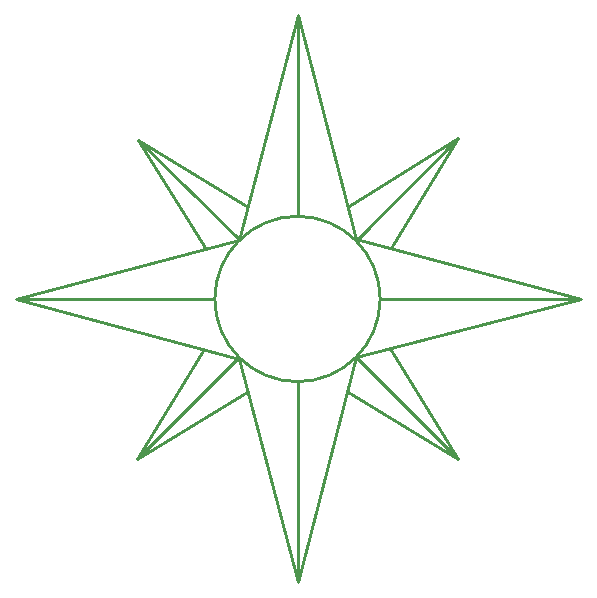
<source format=gbl>
G04*
G04 #@! TF.GenerationSoftware,Altium Limited,Altium Designer,21.8.1 (53)*
G04*
G04 Layer_Physical_Order=2*
G04 Layer_Color=16711680*
%FSLAX25Y25*%
%MOIN*%
G70*
G04*
G04 #@! TF.SameCoordinates,5354F6EB-D331-4573-B6A5-83F5A75BFFA3*
G04*
G04*
G04 #@! TF.FilePolarity,Positive*
G04*
G01*
G75*
%ADD11C,0.01000*%
D11*
X168481Y160431D02*
G03*
X168481Y160431I-27559J0D01*
G01*
X87893Y213553D02*
X121681Y179947D01*
X87893Y213553D02*
X124523Y191185D01*
X87893Y213553D02*
X110393Y177053D01*
X160894Y180212D02*
X194500Y214000D01*
X172132Y177369D02*
X194500Y214000D01*
X158000Y191500D02*
X194500Y214000D01*
X160712Y140606D02*
X194500Y107000D01*
X157869Y129368D02*
X194500Y107000D01*
X172000Y143500D02*
X194500Y107000D01*
X87500D02*
X124000Y129500D01*
X87500Y107000D02*
X109868Y143631D01*
X87500Y107000D02*
X121106Y140788D01*
X141000Y255000D02*
X160500Y180500D01*
X140993Y254972D02*
X141000Y188000D01*
X168481Y160493D02*
X234500Y160500D01*
X160500Y180500D02*
X235521Y160484D01*
X160500Y141000D02*
X235521Y160484D01*
X47000Y160500D02*
X113000Y160507D01*
X141000Y66000D02*
X160500Y141000D01*
X140993Y132500D02*
X141000Y66000D01*
X47000Y160500D02*
X121500Y180000D01*
Y140500D02*
X141000Y66000D01*
X47000Y160500D02*
X121500Y140500D01*
Y180000D02*
X141000Y255000D01*
M02*

</source>
